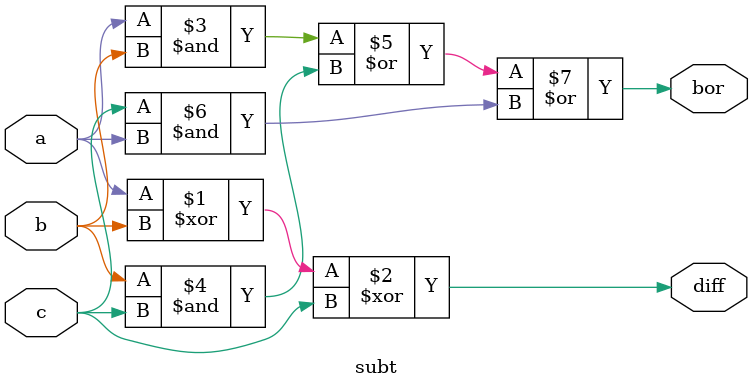
<source format=v>
module paralsub (
    input [3:0]a,
    input [3:0]b,
    output [3:0] diff,
    output bor
);
wire [2:0]bw;
wire [3:0]nb;
assign nb=~b;
subt s1(a[0],nb[0],1'b1,diff[0],bw[0]);
subt s2(a[1],nb[1],bw[0],diff[1],bw[1]);
subt s3(a[2],nb[2],bw[1],diff[2],bw[2]);
subt s4(a[3],nb[3],bw[2],diff[3],bor);
    
endmodule
module subt (
    input a,b,c,output diff,bor
);
assign diff=a^b^c;
assign bor=a&b|b&c|c&a;
    
endmodule
</source>
